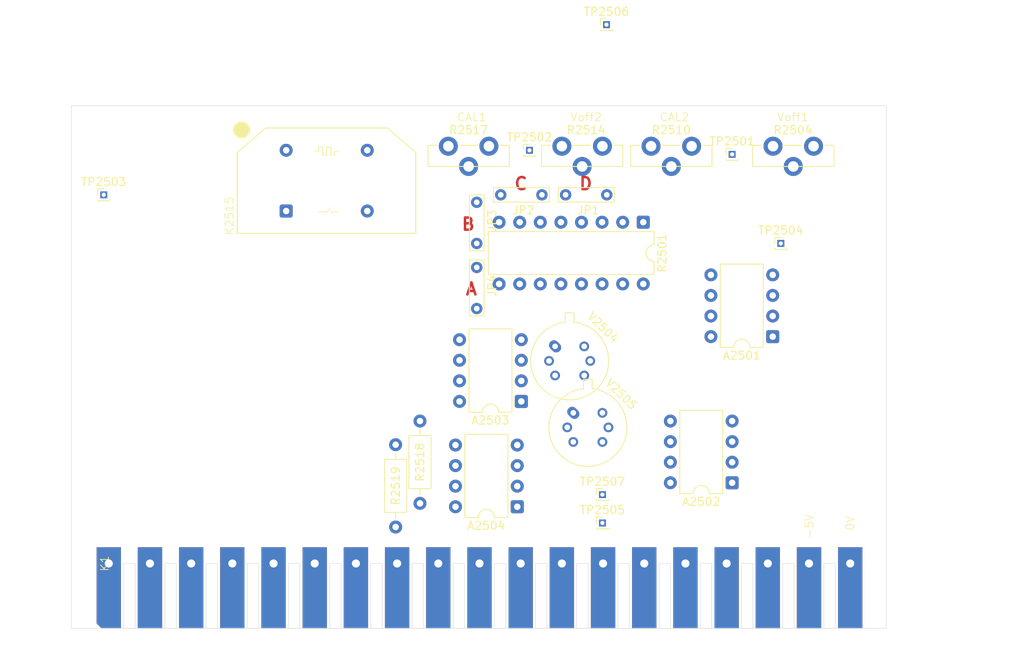
<source format=kicad_pcb>
(kicad_pcb (version 20241229) (generator "pcbnew") (generator_version "9.0")
  (layers (0 "F.Cu" signal) (2 "B.Cu" signal) (13 "F.Paste" user) (15 "B.Paste" user) (5 "F.SilkS" user "F.Silkscreen") (7 "B.SilkS" user "B.Silkscreen") (1 "F.Mask" user) (3 "B.Mask" user) (25 "Edge.Cuts" user))
  (net 0 "")
  (net 1 "Net-(V2501-B)")
  (net 2 "Net-(A2501-CompenB)")
  (net 3 "-15V")
  (net 4 "Net-(A2501-CompenA)")
  (net 5 "Net-(A2501--)")
  (net 6 "+15V")
  (net 7 "Net-(A2501-+)")
  (net 9 "Net-(A2502--)")
  (net 10 "Net-(D2511-A)")
  (net 13 "Net-(A2502-+)")
  (net 14 "GND4")
  (net 15 "Net-(S2501A-B)")
  (net 16 "Net-(A2503-CompenB)")
  (net 17 "Net-(A2503--)")
  (net 18 "Net-(A2503-CompenA)")
  (net 20 "Net-(A2504--)")
  (net 21 "Net-(A2504-CompenB)")
  (net 22 "Net-(V2512-A)")
  (net 23 "GND6")
  (net 24 "GND3")
  (net 26 "/D1703.22")
  (net 28 "/OUT")
  (net 29 "GND5")
  (net 35 "/IN")
  (net 36 "+5V")
  (net 38 "Net-(D2508-K)")
  (net 39 "Net-(D2509-A)")
  (net 40 "Net-(R2501-Pad1)")
  (net 41 "Net-(JP1-B)")
  (net 42 "Net-(JP4-B)")
  (net 43 "Net-(R2501-Pad3)")
  (net 44 "Net-(JP2-B)")
  (net 45 "Net-(K2515-Pad1)")
  (net 46 "Net-(C2515-Pad2)")
  (net 47 "Net-(JP1-A)")
  (net 48 "Net-(JP3-B)")
  (net 49 "Net-(V2504B-E)")
  (net 50 "Net-(V2504A-E)")
  (net 51 "Net-(V2505A-E)")
  (net 52 "Net-(R2503-Pad1)")
  (net 53 "Net-(R2513-Pad1)")
  (net 54 "Net-(V2514-K)")
  (footprint "PM2528:Potentiometer horizontal ceramic" (layer "F.Cu") (at 157 67 -90)
    (property "Reference" "R2514" (at -2 2 180) (layer "F.SilkS"))
    (property "Value" "47k")
    (fp_line (start 2.5 7.505) (end -0.11 7.51) (stroke (width 0.12)) (layer "F.SilkS"))
    (fp_line (start -0.11 6.396) (end -0.11 7.51) (stroke (width 0.12)) (layer "F.SilkS"))
    (fp_line (start -0.11 1.396) (end -0.11 3.604) (stroke (width 0.12)) (layer "F.SilkS"))
    (fp_line (start -0.11 1.396) (end -0.11 3.604) (stroke (width 0.12)) (layer "F.SilkS"))
    (fp_line (start -0.11 -2.51) (end -0.11 -1.396) (stroke (width 0.12)) (layer "F.SilkS"))
    (fp_line (start 2.5 -2.515) (end 2.5 7.505) (stroke (width 0.12)) (layer "F.SilkS"))
    (fp_line (start 2.5 -2.515) (end -0.11 -2.51) (stroke (width 0.12)) (layer "F.SilkS"))
    (pad "1" thru_hole circle (at 0 0 270) (size 2.34 2.34) (drill 1.3) (layers "*.Cu" "*.Mask") (net 6 "+15V"))
    (pad "2" thru_hole circle (at 2.5 2.5 270) (size 2.34 2.34) (drill 1.3) (layers "*.Cu" "*.Mask") (net 53 "Net-(R2513-Pad1)"))
    (pad "3" thru_hole circle (at 0 5 270) (size 2.34 2.34) (drill 1.3) (layers "*.Cu" "*.Mask") (net 3 "-15V"))
  )
  (footprint "TestPoint:TestPoint_Bridge_Pitch5.08mm_Drill0.7mm" (layer "F.Cu") (at 141.5 79 90)
    (property "Reference" "JP3" (at 2.8 1.9 90) (layer "F.SilkS"))
    (property "Value" "B")
    (fp_line (start 6 -0.9) (end 6 0.9) (stroke (width 0.12)) (layer "F.SilkS"))
    (fp_line (start -0.9 -0.9) (end 6 -0.9) (stroke (width 0.12)) (layer "F.SilkS"))
    (fp_line (start 6 0.9) (end -0.9 0.9) (stroke (width 0.12)) (layer "F.SilkS"))
    (fp_line (start -0.9 0.9) (end -0.9 -0.9) (stroke (width 0.12)) (layer "F.SilkS"))
    (pad "1" thru_hole circle (at 0 0 90) (size 1.4 1.4) (drill 0.7) (layers "*.Cu" "*.Mask") (net 44 "Net-(JP2-B)"))
    (pad "1" thru_hole circle (at 5.08 0 90) (size 1.4 1.4) (drill 0.7) (layers "*.Cu" "*.Mask") (net 44 "Net-(JP2-B)"))
  )
  (footprint "Connector_PinHeader_1.00mm:PinHeader_1x01_P1.00mm_Vertical" (layer "F.Cu") (at 148 67.5)
    (property "Reference" "TP2502" (at 0 -1.61 0) (layer "F.SilkS"))
    (property "Value" "~")
    (fp_line (start -0.745 -0.735) (end 0 -0.735) (stroke (width 0.12)) (layer "F.SilkS"))
    (fp_line (start -0.745 0) (end -0.745 -0.735) (stroke (width 0.12)) (layer "F.SilkS"))
    (fp_line (start -0.745 0.735) (end -0.745 0.61) (stroke (width 0.12)) (layer "F.SilkS"))
    (fp_line (start -0.745 0.735) (end -0.685565 0.735) (stroke (width 0.12)) (layer "F.SilkS"))
    (fp_line (start -0.745 0.735) (end 0.745 0.735) (stroke (width 0.12)) (layer "F.SilkS"))
    (fp_line (start 0.685565 0.735) (end 0.745 0.735) (stroke (width 0.12)) (layer "F.SilkS"))
    (fp_line (start 0.745 0.735) (end 0.745 0.61) (stroke (width 0.12)) (layer "F.SilkS"))
    (pad "1" thru_hole rect (at 0 0) (size 0.85 0.85) (drill 0.5) (layers "*.Cu" "*.Mask") (net 15 "Net-(S2501A-B)"))
  )
  (footprint "Package_DIP:DIP-8_W7.62mm" (layer "F.Cu") (at 178 90.5 180)
    (property "Reference" "A2501" (at 3.81 -2.33 0) (layer "F.SilkS"))
    (property "Value" "LM308AN")
    (fp_line (start 6.46 8.95) (end 6.46 -1.33) (stroke (width 0.12)) (layer "F.SilkS"))
    (fp_line (start 6.46 -1.33) (end 4.81 -1.33) (stroke (width 0.12)) (layer "F.SilkS"))
    (fp_line (start 2.81 -1.33) (end 1.16 -1.33) (stroke (width 0.12)) (layer "F.SilkS"))
    (fp_line (start 1.16 8.95) (end 6.46 8.95) (stroke (width 0.12)) (layer "F.SilkS"))
    (fp_line (start 1.16 -1.33) (end 1.16 8.95) (stroke (width 0.12)) (layer "F.SilkS"))
    (fp_arc (start 4.81 -1.33) (mid 3.81 -0.33) (end 2.81 -1.33) (stroke (width 0.12)) (layer "F.SilkS"))
    (pad "1" thru_hole roundrect (at 0 0 180) (size 1.6 1.6) (drill 0.8) (layers "*.Cu" "*.Mask") (roundrect_rratio 0.15625) (net 4 "Net-(A2501-CompenA)"))
    (pad "2" thru_hole circle (at 0 2.54 180) (size 1.6 1.6) (drill 0.8) (layers "*.Cu" "*.Mask") (net 5 "Net-(A2501--)"))
    (pad "3" thru_hole circle (at 0 5.08 180) (size 1.6 1.6) (drill 0.8) (layers "*.Cu" "*.Mask") (net 7 "Net-(A2501-+)"))
    (pad "4" thru_hole circle (at 0 7.62 180) (size 1.6 1.6) (drill 0.8) (layers "*.Cu" "*.Mask") (net 3 "-15V"))
    (pad "5" thru_hole circle (at 7.62 7.62 180) (size 1.6 1.6) (drill 0.8) (layers "*.Cu" "*.Mask"))
    (pad "6" thru_hole circle (at 7.62 5.08 180) (size 1.6 1.6) (drill 0.8) (layers "*.Cu" "*.Mask") (net 1 "Net-(V2501-B)"))
    (pad "7" thru_hole circle (at 7.62 2.54 180) (size 1.6 1.6) (drill 0.8) (layers "*.Cu" "*.Mask") (net 6 "+15V"))
    (pad "8" thru_hole circle (at 7.62 0 180) (size 1.6 1.6) (drill 0.8) (layers "*.Cu" "*.Mask") (net 2 "Net-(A2501-CompenB)"))
  )
  (footprint "PM2528:Potentiometer horizontal ceramic" (layer "F.Cu") (at 168 67 -90)
    (property "Reference" "R2510" (at -2 2.5 180) (layer "F.SilkS"))
    (property "Value" "1K")
    (fp_line (start 2.5 7.505) (end -0.11 7.51) (stroke (width 0.12)) (layer "F.SilkS"))
    (fp_line (start -0.11 6.396) (end -0.11 7.51) (stroke (width 0.12)) (layer "F.SilkS"))
    (fp_line (start -0.11 1.396) (end -0.11 3.604) (stroke (width 0.12)) (layer "F.SilkS"))
    (fp_line (start -0.11 1.396) (end -0.11 3.604) (stroke (width 0.12)) (layer "F.SilkS"))
    (fp_line (start -0.11 -2.51) (end -0.11 -1.396) (stroke (width 0.12)) (layer "F.SilkS"))
    (fp_line (start 2.5 -2.515) (end 2.5 7.505) (stroke (width 0.12)) (layer "F.SilkS"))
    (fp_line (start 2.5 -2.515) (end -0.11 -2.51) (stroke (width 0.12)) (layer "F.SilkS"))
    (pad "1" thru_hole circle (at 0 0 270) (size 2.34 2.34) (drill 1.3) (layers "*.Cu" "*.Mask") (net 43 "Net-(R2501-Pad3)"))
    (pad "2" thru_hole circle (at 2.5 2.5 270) (size 2.34 2.34) (drill 1.3) (layers "*.Cu" "*.Mask") (net 5 "Net-(A2501--)"))
    (pad "3" thru_hole circle (at 0 5 270) (size 2.34 2.34) (drill 1.3) (layers "*.Cu" "*.Mask") (net 40 "Net-(R2501-Pad1)"))
  )
  (footprint "Package_DIP:DIP-8_W7.62mm" (layer "F.Cu") (at 173 108.54 180)
    (property "Reference" "A2502" (at 3.81 -2.33 0) (layer "F.SilkS"))
    (property "Value" "LF356BN")
    (fp_line (start 6.46 8.95) (end 6.46 -1.33) (stroke (width 0.12)) (layer "F.SilkS"))
    (fp_line (start 6.46 -1.33) (end 4.81 -1.33) (stroke (width 0.12)) (layer "F.SilkS"))
    (fp_line (start 2.81 -1.33) (end 1.16 -1.33) (stroke (width 0.12)) (layer "F.SilkS"))
    (fp_line (start 1.16 8.95) (end 6.46 8.95) (stroke (width 0.12)) (layer "F.SilkS"))
    (fp_line (start 1.16 -1.33) (end 1.16 8.95) (stroke (width 0.12)) (layer "F.SilkS"))
    (fp_arc (start 4.81 -1.33) (mid 3.81 -0.33) (end 2.81 -1.33) (stroke (width 0.12)) (layer "F.SilkS"))
    (pad "1" thru_hole roundrect (at 0 0 180) (size 1.6 1.6) (drill 0.8) (layers "*.Cu" "*.Mask") (roundrect_rratio 0.15625))
    (pad "2" thru_hole circle (at 0 2.54 180) (size 1.6 1.6) (drill 0.8) (layers "*.Cu" "*.Mask") (net 9 "Net-(A2502--)"))
    (pad "3" thru_hole circle (at 0 5.08 180) (size 1.6 1.6) (drill 0.8) (layers "*.Cu" "*.Mask") (net 13 "Net-(A2502-+)"))
    (pad "4" thru_hole circle (at 0 7.62 180) (size 1.6 1.6) (drill 0.8) (layers "*.Cu" "*.Mask") (net 3 "-15V"))
    (pad "5" thru_hole circle (at 7.62 7.62 180) (size 1.6 1.6) (drill 0.8) (layers "*.Cu" "*.Mask"))
    (pad "6" thru_hole circle (at 7.62 5.08 180) (size 1.6 1.6) (drill 0.8) (layers "*.Cu" "*.Mask") (net 10 "Net-(D2511-A)"))
    (pad "7" thru_hole circle (at 7.62 2.54 180) (size 1.6 1.6) (drill 0.8) (layers "*.Cu" "*.Mask") (net 6 "+15V"))
    (pad "8" thru_hole circle (at 7.62 0 180) (size 1.6 1.6) (drill 0.8) (layers "*.Cu" "*.Mask"))
  )
  (footprint "Connector_PinHeader_1.00mm:PinHeader_1x01_P1.00mm_Vertical" (layer "F.Cu") (at 157.5 52)
    (property "Reference" "TP2506" (at 0 -1.61 0) (layer "F.SilkS"))
    (property "Value" "0V")
    (fp_line (start -0.745 -0.735) (end 0 -0.735) (stroke (width 0.12)) (layer "F.SilkS"))
    (fp_line (start -0.745 0) (end -0.745 -0.735) (stroke (width 0.12)) (layer "F.SilkS"))
    (fp_line (start -0.745 0.735) (end -0.745 0.61) (stroke (width 0.12)) (layer "F.SilkS"))
    (fp_line (start -0.745 0.735) (end -0.685565 0.735) (stroke (width 0.12)) (layer "F.SilkS"))
    (fp_line (start -0.745 0.735) (end 0.745 0.735) (stroke (width 0.12)) (layer "F.SilkS"))
    (fp_line (start 0.685565 0.735) (end 0.745 0.735) (stroke (width 0.12)) (layer "F.SilkS"))
    (fp_line (start 0.745 0.735) (end 0.745 0.61) (stroke (width 0.12)) (layer "F.SilkS"))
    (pad "1" thru_hole rect (at 0 0) (size 0.85 0.85) (drill 0.5) (layers "*.Cu" "*.Mask") (net 24 "GND3"))
  )
  (footprint "Connector_PinHeader_1.00mm:PinHeader_1x01_P1.00mm_Vertical" (layer "F.Cu") (at 95.5 73)
    (property "Reference" "TP2503" (at 0 -1.61 0) (layer "F.SilkS"))
    (property "Value" "OUT")
    (fp_line (start -0.745 -0.735) (end 0 -0.735) (stroke (width 0.12)) (layer "F.SilkS"))
    (fp_line (start -0.745 0) (end -0.745 -0.735) (stroke (width 0.12)) (layer "F.SilkS"))
    (fp_line (start -0.745 0.735) (end -0.745 0.61) (stroke (width 0.12)) (layer "F.SilkS"))
    (fp_line (start -0.745 0.735) (end -0.685565 0.735) (stroke (width 0.12)) (layer "F.SilkS"))
    (fp_line (start -0.745 0.735) (end 0.745 0.735) (stroke (width 0.12)) (layer "F.SilkS"))
    (fp_line (start 0.685565 0.735) (end 0.745 0.735) (stroke (width 0.12)) (layer "F.SilkS"))
    (fp_line (start 0.745 0.735) (end 0.745 0.61) (stroke (width 0.12)) (layer "F.SilkS"))
    (pad "1" thru_hole rect (at 0 0) (size 0.85 0.85) (drill 0.5) (layers "*.Cu" "*.Mask") (net 28 "/OUT"))
  )
  (footprint "Connector_PinHeader_1.00mm:PinHeader_1x01_P1.00mm_Vertical" (layer "F.Cu") (at 179 79)
    (property "Reference" "TP2504" (at 0 -1.61 0) (layer "F.SilkS"))
    (property "Value" "~")
    (fp_line (start -0.745 -0.735) (end 0 -0.735) (stroke (width 0.12)) (layer "F.SilkS"))
    (fp_line (start -0.745 0) (end -0.745 -0.735) (stroke (width 0.12)) (layer "F.SilkS"))
    (fp_line (start -0.745 0.735) (end -0.745 0.61) (stroke (width 0.12)) (layer "F.SilkS"))
    (fp_line (start -0.745 0.735) (end -0.685565 0.735) (stroke (width 0.12)) (layer "F.SilkS"))
    (fp_line (start -0.745 0.735) (end 0.745 0.735) (stroke (width 0.12)) (layer "F.SilkS"))
    (fp_line (start 0.685565 0.735) (end 0.745 0.735) (stroke (width 0.12)) (layer "F.SilkS"))
    (fp_line (start 0.745 0.735) (end 0.745 0.61) (stroke (width 0.12)) (layer "F.SilkS"))
    (pad "1" thru_hole rect (at 0 0) (size 0.85 0.85) (drill 0.5) (layers "*.Cu" "*.Mask") (net 38 "Net-(D2508-K)"))
  )
  (footprint "PM2528:Reed relay assy" (layer "F.Cu") (at 118 75.1 90)
    (property "Reference" "K2515" (at -0.5 -7 90) (layer "F.SilkS") (effects (font (thickness 0.1))))
    (property "Value" "~" (hide yes))
    (fp_line (start 7.35 -6.05) (end 10.35 -2.55) (stroke (width 0.1)) (layer "F.SilkS"))
    (fp_line (start -2.65 -6.05) (end 7.35 -6.05) (stroke (width 0.1)) (layer "F.SilkS"))
    (fp_line (start -2.65 -6.05) (end -2.65 15.95) (stroke (width 0.12)) (layer "F.SilkS"))
    (fp_line (start 7.35 -6) (end 10.35 -2.5) (stroke (width 0.1)) (layer "F.SilkS"))
    (fp_line (start -2.65 -6) (end 7.35 -6) (stroke (width 0.1)) (layer "F.SilkS"))
    (fp_line (start -2.65 -6) (end -2.65 16) (stroke (width 0.12)) (layer "F.SilkS"))
    (fp_line (start 10.35 -2.55) (end 10.35 12.45) (stroke (width 0.12)) (layer "F.SilkS"))
    (fp_line (start 10.35 -2.5) (end 10.35 12.5) (stroke (width 0.12)) (layer "F.SilkS"))
    (fp_line (start 7.5 3.5) (end 7.5 4) (stroke (width 0.1)) (layer "F.SilkS"))
    (fp_line (start 7.5 4) (end 8 4) (stroke (width 0.1)) (layer "F.SilkS"))
    (fp_line (start 0 4) (end 0 5) (stroke (width 0.1)) (layer "F.SilkS"))
    (fp_line (start 8 4.5) (end 8 4) (stroke (width 0.1)) (layer "F.SilkS"))
    (fp_line (start 8 4.5) (end 7 4.5) (stroke (width 0.1)) (layer "F.SilkS"))
    (fp_line (start 7 4.5) (end 7 5) (stroke (width 0.1)) (layer "F.SilkS"))
    (fp_line (start 8 5) (end 8 5.5) (stroke (width 0.1)) (layer "F.SilkS"))
    (fp_line (start 7 5) (end 8 5) (stroke (width 0.1)) (layer "F.SilkS"))
    (fp_line (start 0 5) (end 0.5 5.5) (stroke (width 0.1)) (layer "F.SilkS"))
    (fp_line (start 8 5.5) (end 7 5.5) (stroke (width 0.1)) (layer "F.SilkS"))
    (fp_line (start 7 5.5) (end 7 6) (stroke (width 0.1)) (layer "F.SilkS"))
    (fp_line (start 7.5 6) (end 7.5 6.5) (stroke (width 0.1)) (layer "F.SilkS"))
    (fp_line (start 7 6) (end 7.5 6) (stroke (width 0.1)) (layer "F.SilkS"))
    (fp_line (start 0 6.5) (end 0 5.5) (stroke (width 0.1)) (layer "F.SilkS"))
    (fp_line (start 7.35 15.95) (end 10.35 12.45) (stroke (width 0.1)) (layer "F.SilkS"))
    (fp_line (start -2.65 15.95) (end 7.35 15.95) (stroke (width 0.1)) (layer "F.SilkS"))
    (fp_line (start 7.35 16) (end 10.35 12.5) (stroke (width 0.1)) (layer "F.SilkS"))
    (fp_line (start -2.65 16) (end 7.35 16) (stroke (width 0.1)) (layer "F.SilkS"))
    (pad "1" thru_hole roundrect (at 0.1 0 90) (size 1.6 1.6) (drill 0.8) (layers "*.Cu" "*.Mask") (roundrect_rratio 0.15625) (net 45 "Net-(K2515-Pad1)"))
    (pad "5" thru_hole circle (at 0.1 10 90) (size 1.6 1.6) (drill 0.8) (layers "*.Cu" "*.Mask") (net 29 "GND5"))
    (pad "6" thru_hole circle (at 7.6 10 90) (size 1.6 1.6) (drill 0.8) (layers "*.Cu" "*.Mask") (net 23 "GND6"))
    (pad "10" thru_hole circle (at 7.6 0 90) (size 1.6 1.6) (drill 0.8) (layers "*.Cu" "*.Mask") (net 26 "/D1703.22"))
  )
  (footprint "Resistor_THT:R_Axial_DIN0207_L6.3mm_D2.5mm_P10.16mm_Horizontal" (layer "F.Cu") (at 131.5 114 90)
    (property "Reference" "R2519" (at 5.08 0 90) (layer "F.SilkS"))
    (property "Value" "3k01")
    (fp_line (start 9.12 0) (end 8.35 0) (stroke (width 0.12)) (layer "F.SilkS"))
    (fp_line (start 1.04 0) (end 1.81 0) (stroke (width 0.12)) (layer "F.SilkS"))
    (fp_rect (start 1.81 -1.37) (end 8.35 1.37) (stroke (width 0.12)) (fill no) (layer "F.SilkS"))
    (pad "1" thru_hole circle (at 0 0 90) (size 1.6 1.6) (drill 0.8) (layers "*.Cu" "*.Mask") (net 24 "GND3"))
    (pad "2" thru_hole circle (at 10.16 0 90) (size 1.6 1.6) (drill 0.8) (layers "*.Cu" "*.Mask") (net 54 "Net-(V2514-K)"))
  )
  (footprint "Connector_PinHeader_1.00mm:PinHeader_1x01_P1.00mm_Vertical" (layer "F.Cu") (at 157 113.5)
    (property "Reference" "TP2505" (at 0 -1.61 0) (layer "F.SilkS"))
    (property "Value" "IN")
    (fp_line (start -0.745 -0.735) (end 0 -0.735) (stroke (width 0.12)) (layer "F.SilkS"))
    (fp_line (start -0.745 0) (end -0.745 -0.735) (stroke (width 0.12)) (layer "F.SilkS"))
    (fp_line (start -0.745 0.735) (end -0.745 0.61) (stroke (width 0.12)) (layer "F.SilkS"))
    (fp_line (start -0.745 0.735) (end -0.685565 0.735) (stroke (width 0.12)) (layer "F.SilkS"))
    (fp_line (start -0.745 0.735) (end 0.745 0.735) (stroke (width 0.12)) (layer "F.SilkS"))
    (fp_line (start 0.685565 0.735) (end 0.745 0.735) (stroke (width 0.12)) (layer "F.SilkS"))
    (fp_line (start 0.745 0.735) (end 0.745 0.61) (stroke (width 0.12)) (layer "F.SilkS"))
    (pad "1" thru_hole rect (at 0 0) (size 0.85 0.85) (drill 0.5) (layers "*.Cu" "*.Mask") (net 35 "/IN"))
  )
  (footprint "TestPoint:TestPoint_Bridge_Pitch5.08mm_Drill0.7mm" (layer "F.Cu") (at 152.46 73)
    (property "Reference" "JP1" (at 2.8 1.9 0) (layer "F.SilkS"))
    (property "Value" "D")
    (fp_line (start -0.9 -0.9) (end 6 -0.9) (stroke (width 0.12)) (layer "F.SilkS"))
    (fp_line (start -0.9 0.9) (end -0.9 -0.9) (stroke (width 0.12)) (layer "F.SilkS"))
    (fp_line (start 6 -0.9) (end 6 0.9) (stroke (width 0.12)) (layer "F.SilkS"))
    (fp_line (start 6 0.9) (end -0.9 0.9) (stroke (width 0.12)) (layer "F.SilkS"))
    (pad "1" thru_hole circle (at 0 0) (size 1.4 1.4) (drill 0.7) (layers "*.Cu" "*.Mask") (net 47 "Net-(JP1-A)"))
    (pad "1" thru_hole circle (at 5.08 0) (size 1.4 1.4) (drill 0.7) (layers "*.Cu" "*.Mask") (net 47 "Net-(JP1-A)"))
  )
  (footprint "PM2528:Potentiometer horizontal ceramic" (layer "F.Cu") (at 143 67 -90)
    (property "Reference" "R2517" (at -2 2.5 180) (layer "F.SilkS"))
    (property "Value" "330")
    (fp_line (start 2.5 7.505) (end -0.11 7.51) (stroke (width 0.12)) (layer "F.SilkS"))
    (fp_line (start -0.11 6.396) (end -0.11 7.51) (stroke (width 0.12)) (layer "F.SilkS"))
    (fp_line (start -0.11 1.396) (end -0.11 3.604) (stroke (width 0.12)) (layer "F.SilkS"))
    (fp_line (start -0.11 1.396) (end -0.11 3.604) (stroke (width 0.12)) (layer "F.SilkS"))
    (fp_line (start -0.11 -2.51) (end -0.11 -1.396) (stroke (width 0.12)) (layer "F.SilkS"))
    (fp_line (start 2.5 -2.515) (end 2.5 7.505) (stroke (width 0.12)) (layer "F.SilkS"))
    (fp_line (start 2.5 -2.515) (end -0.11 -2.51) (stroke (width 0.12)) (layer "F.SilkS"))
    (pad "1" thru_hole circle (at 0 0 270) (size 2.34 2.34) (drill 1.3) (layers "*.Cu" "*.Mask") (net 20 "Net-(A2504--)"))
    (pad "2" thru_hole circle (at 2.5 2.5 270) (size 2.34 2.34) (drill 1.3) (layers "*.Cu" "*.Mask") (net 20 "Net-(A2504--)"))
    (pad "3" thru_hole circle (at 0 5 270) (size 2.34 2.34) (drill 1.3) (layers "*.Cu" "*.Mask") (net 42 "Net-(JP4-B)"))
  )
  (footprint "Package_DIP:DIP-8_W7.62mm" (layer "F.Cu") (at 147 98.5 180)
    (property "Reference" "A2503" (at 3.81 -2.33 0) (layer "F.SilkS"))
    (property "Value" "LM308AN")
    (fp_line (start 6.46 8.95) (end 6.46 -1.33) (stroke (width 0.12)) (layer "F.SilkS"))
    (fp_line (start 6.46 -1.33) (end 4.81 -1.33) (stroke (width 0.12)) (layer "F.SilkS"))
    (fp_line (start 2.81 -1.33) (end 1.16 -1.33) (stroke (width 0.12)) (layer "F.SilkS"))
    (fp_line (start 1.16 8.95) (end 6.46 8.95) (stroke (width 0.12)) (layer "F.SilkS"))
    (fp_line (start 1.16 -1.33) (end 1.16 8.95) (stroke (width 0.12)) (layer "F.SilkS"))
    (fp_arc (start 4.81 -1.33) (mid 3.81 -0.33) (end 2.81 -1.33) (stroke (width 0.12)) (layer "F.SilkS"))
    (pad "1" thru_hole roundrect (at 0 0 180) (size 1.6 1.6) (drill 0.8) (layers "*.Cu" "*.Mask") (roundrect_rratio 0.15625) (net 18 "Net-(A2503-CompenA)"))
    (pad "2" thru_hole circle (at 0 2.54 180) (size 1.6 1.6) (drill 0.8) (layers "*.Cu" "*.Mask") (net 17 "Net-(A2503--)"))
    (pad "3" thru_hole circle (at 0 5.08 180) (size 1.6 1.6) (drill 0.8) (layers "*.Cu" "*.Mask") (net 14 "GND4"))
    (pad "4" thru_hole circle (at 0 7.62 180) (size 1.6 1.6) (drill 0.8) (layers "*.Cu" "*.Mask") (net 3 "-15V"))
    (pad "5" thru_hole circle (at 7.62 7.62 180) (size 1.6 1.6) (drill 0.8) (layers "*.Cu" "*.Mask"))
    (pad "6" thru_hole circle (at 7.62 5.08 180) (size 1.6 1.6) (drill 0.8) (layers "*.Cu" "*.Mask") (net 15 "Net-(S2501A-B)"))
    (pad "7" thru_hole circle (at 7.62 2.54 180) (size 1.6 1.6) (drill 0.8) (layers "*.Cu" "*.Mask") (net 6 "+15V"))
    (pad "8" thru_hole circle (at 7.62 0 180) (size 1.6 1.6) (drill 0.8) (layers "*.Cu" "*.Mask") (net 16 "Net-(A2503-CompenB)"))
  )
  (footprint "TestPoint:TestPoint_Bridge_Pitch5.08mm_Drill0.7mm" (layer "F.Cu") (at 144.46 73)
    (property "Reference" "JP2" (at 2.8 1.9 0) (layer "F.SilkS"))
    (property "Value" "C")
    (fp_line (start -0.9 -0.9) (end 6 -0.9) (stroke (width 0.12)) (layer "F.SilkS"))
    (fp_line (start -0.9 0.9) (end -0.9 -0.9) (stroke (width 0.12)) (layer "F.SilkS"))
    (fp_line (start 6 -0.9) (end 6 0.9) (stroke (width 0.12)) (layer "F.SilkS"))
    (fp_line (start 6 0.9) (end -0.9 0.9) (stroke (width 0.12)) (layer "F.SilkS"))
    (pad "1" thru_hole circle (at 0 0) (size 1.4 1.4) (drill 0.7) (layers "*.Cu" "*.Mask") (net 41 "Net-(JP1-B)"))
    (pad "1" thru_hole circle (at 5.08 0) (size 1.4 1.4) (drill 0.7) (layers "*.Cu" "*.Mask") (net 41 "Net-(JP1-B)"))
  )
  (footprint "Package_DIP:DIP-16_W7.62mm" (layer "F.Cu") (at 162.04 76.38 -90)
    (property "Reference" "R2501" (at 3.81 -2.33 90) (layer "F.SilkS"))
    (property "Value" "~")
    (fp_line (start 1.16 19.11) (end 6.46 19.11) (stroke (width 0.12)) (layer "F.SilkS"))
    (fp_line (start 6.46 19.11) (end 6.46 -1.33) (stroke (width 0.12)) (layer "F.SilkS"))
    (fp_line (start 1.16 -1.33) (end 1.16 19.11) (stroke (width 0.12)) (layer "F.SilkS"))
    (fp_line (start 2.81 -1.33) (end 1.16 -1.33) (stroke (width 0.12)) (layer "F.SilkS"))
    (fp_line (start 6.46 -1.33) (end 4.81 -1.33) (stroke (width 0.12)) (layer "F.SilkS"))
    (fp_arc (start 4.81 -1.33) (mid 3.81 -0.33) (end 2.81 -1.33) (stroke (width 0.12)) (layer "F.SilkS"))
    (pad "1" thru_hole roundrect (at 0 0 270) (size 1.6 1.6) (drill 0.8) (layers "*.Cu" "*.Mask") (roundrect_rratio 0.15625) (net 40 "Net-(R2501-Pad1)"))
    (pad "2" thru_hole circle (at 0 2.54 270) (size 1.6 1.6) (drill 0.8) (layers "*.Cu" "*.Mask") (net 39 "Net-(D2509-A)"))
    (pad "3" thru_hole circle (at 0 5.08 270) (size 1.6 1.6) (drill 0.8) (layers "*.Cu" "*.Mask") (net 43 "Net-(R2501-Pad3)"))
    (pad "4" thru_hole circle (at 0 7.62 270) (size 1.6 1.6) (drill 0.8) (layers "*.Cu" "*.Mask") (net 47 "Net-(JP1-A)"))
    (pad "5" thru_hole circle (at 0 10.16 270) (size 1.6 1.6) (drill 0.8) (layers "*.Cu" "*.Mask") (net 41 "Net-(JP1-B)"))
    (pad "6" thru_hole circle (at 0 12.7 270) (size 1.6 1.6) (drill 0.8) (layers "*.Cu" "*.Mask") (net 44 "Net-(JP2-B)"))
    (pad "7" thru_hole circle (at 0 15.24 270) (size 1.6 1.6) (drill 0.8) (layers "*.Cu" "*.Mask") (net 48 "Net-(JP3-B)"))
    (pad "8" thru_hole circle (at 0 17.78 270) (size 1.6 1.6) (drill 0.8) (layers "*.Cu" "*.Mask") (net 42 "Net-(JP4-B)"))
    (pad "9" thru_hole circle (at 7.62 17.78 270) (size 1.6 1.6) (drill 0.8) (layers "*.Cu" "*.Mask") (net 45 "Net-(K2515-Pad1)"))
    (pad "10" thru_hole circle (at 7.62 15.24 270) (size 1.6 1.6) (drill 0.8) (layers "*.Cu" "*.Mask") (net 28 "/OUT"))
    (pad "11" thru_hole circle (at 7.62 12.7 270) (size 1.6 1.6) (drill 0.8) (layers "*.Cu" "*.Mask") (net 46 "Net-(C2515-Pad2)"))
    (pad "12" thru_hole circle (at 7.62 10.16 270) (size 1.6 1.6) (drill 0.8) (layers "*.Cu" "*.Mask") (net 15 "Net-(S2501A-B)"))
    (pad "13" thru_hole circle (at 7.62 7.62 270) (size 1.6 1.6) (drill 0.8) (layers "*.Cu" "*.Mask") (net 17 "Net-(A2503--)"))
    (pad "14" thru_hole circle (at 7.62 5.08 270) (size 1.6 1.6) (drill 0.8) (layers "*.Cu" "*.Mask") (net 38 "Net-(D2508-K)"))
    (pad "15" thru_hole circle (at 7.62 2.54 270) (size 1.6 1.6) (drill 0.8) (layers "*.Cu" "*.Mask") (net 9 "Net-(A2502--)"))
    (pad "16" thru_hole circle (at 7.62 0 270) (size 1.6 1.6) (drill 0.8) (layers "*.Cu" "*.Mask") (net 35 "/IN"))
  )
  (footprint "PM2528:PM2528_RiserCardConnector" (layer "F.Cu") (at 96.12 118.5 90)
    (property "Reference" "K1" (at 0 -0.5 90) (layer "F.SilkS") (effects (font (thickness 0.1))))
    (property "Value" "~")
    (fp_rect (start -8 1.84) (end 0 3.24) (stroke (width 0.05)) (fill no) (layer "Edge.Cuts"))
    (fp_rect (start -8 6.92) (end 0 8.32) (stroke (width 0.05)) (fill no) (layer "Edge.Cuts"))
    (fp_rect (start -8 12) (end 0 13.4) (stroke (width 0.05)) (fill no) (layer "Edge.Cuts"))
    (fp_rect (start -8 17.08) (end 0 18.48) (stroke (width 0.05)) (fill no) (layer "Edge.Cuts"))
    (fp_rect (start -8 22.16) (end 0 23.56) (stroke (width 0.05)) (fill no) (layer "Edge.Cuts"))
    (fp_rect (start -8 27.24) (end 0 28.64) (stroke (width 0.05)) (fill no) (layer "Edge.Cuts"))
    (fp_rect (start -8 32.32) (end 0 33.72) (stroke (width 0.05)) (fill no) (layer "Edge.Cuts"))
    (fp_rect (start -8 37.4) (end 0 38.8) (stroke (width 0.05)) (fill no) (layer "Edge.Cuts"))
    (fp_rect (start -8 42.48) (end 0 43.88) (stroke (width 0.05)) (fill no) (layer "Edge.Cuts"))
    (fp_rect (start -8 47.56) (end 0 48.96) (stroke (width 0.05)) (fill no) (layer "Edge.Cuts"))
    (fp_rect (start -8 52.64) (end 0 54.04) (stroke (width 0.05)) (fill no) (layer "Edge.Cuts"))
    (fp_rect (start -8 57.72) (end 0 59.12) (stroke (width 0.05)) (fill no) (layer "Edge.Cuts"))
    (fp_rect (start -8 62.8) (end 0 64.2) (stroke (width 0.05)) (fill no) (layer "Edge.Cuts"))
    (fp_rect (start -8 67.88) (end 0 69.28) (stroke (width 0.05)) (fill no) (layer "Edge.Cuts"))
    (fp_rect (start -8 72.96) (end 0 74.36) (stroke (width 0.05)) (fill no) (layer "Edge.Cuts"))
    (fp_rect (start -8 78.04) (end 0 79.44) (stroke (width 0.05)) (fill no) (layer "Edge.Cuts"))
    (fp_rect (start -8 83.12) (end 0 84.52) (stroke (width 0.05)) (fill no) (layer "Edge.Cuts"))
    (fp_rect (start -8 88.2) (end 0 89.6) (stroke (width 0.05)) (fill no) (layer "Edge.Cuts"))
    (fp_text user "-5V" (at 3 87 90) (layer "F.SilkS") (effects (font (thickness 0.1)) (justify left bottom)))
    (fp_text user "0V" (at 4 92 90) (layer "F.SilkS") (effects (font (thickness 0.1)) (justify left bottom)))
    (pad "1" thru_hole rect (at 0 91.44 90) (size 10 3) (drill 1 (offset -3 0)) (layers "*.Cu" "*.Mask") (net 24 "GND3"))
    (pad "2" thru_hole rect (at 0 86.36 90) (size 10 3) (drill 1 (offset -3 0)) (layers "*.Cu" "*.Mask"))
    (pad "3" thru_hole rect (at 0 81.28 90) (size 10 3) (drill 1 (offset -3 0)) (layers "*.Cu" "*.Mask") (net 3 "-15V"))
    (pad "4" thru_hole rect (at 0 76.2 90) (size 10 3) (drill 1 (offset -3 0)) (layers "*.Cu" "*.Mask") (net 6 "+15V"))
    (pad "5" thru_hole rect (at 0 71.12 90) (size 10 3) (drill 1 (offset -3 0)) (layers "*.Cu" "*.Mask") (net 36 "+5V"))
    (pad "6" thru_hole rect (at 0 66.04 90) (size 10 3) (drill 1 (offset -3 0)) (layers "*.Cu" "*.Mask"))
    (pad "7" thru_hole rect (at 0 60.96 90) (size 10 3) (drill 1 (offset -3 0)) (layers "*.Cu" "*.Mask") (net 35 "/IN"))
    (pad "8" thru_hole rect (at 0 55.88 90) (size 10 3) (drill 1 (offset -3 0)) (layers "*.Cu" "*.Mask") (net 14 "GND4"))
    (pad "9" thru_hole rect (at 0 50.8 90) (size 10 3) (drill 1 (offset -3 0)) (layers "*.Cu" "*.Mask"))
    (pad "10" thru_hole rect (at 0 45.72 90) (size 10 3) (drill 1 (offset -3 0)) (layers "*.Cu" "*.Mask"))
    (pad "11" thru_hole rect (at 0 40.64 90) (size 10 3) (drill 1 (offset -3 0)) (layers "*.Cu" "*.Mask") (net 29 "GND5"))
    (pad "12" thru_hole rect (at 0 35.56 90) (size 10 3) (drill 1 (offset -3 0)) (layers "*.Cu" "*.Mask") (net 14 "GND4"))
    (pad "13" thru_hole rect (at 0 30.48 90) (size 10 3) (drill 1 (offset -3 0)) (layers "*.Cu" "*.Mask") (net 28 "/OUT"))
    (pad "14" thru_hole rect (at 0 25.4 90) (size 10 3) (drill 1 (offset -3 0)) (layers "*.Cu" "*.Mask") (net 23 "GND6"))
    (pad "15" thru_hole rect (at 0 20.32 90) (size 10 3) (drill 1 (offset -3 0)) (layers "*.Cu" "*.Mask") (net 26 "/D1703.22"))
    (pad "16" thru_hole rect (at 0 15.24 90) (size 10 3) (drill 1 (offset -3 0)) (layers "*.Cu" "*.Mask"))
    (pad "17" thru_hole rect (at 0 10.16 90) (size 10 3) (drill 1 (offset -3 0)) (layers "*.Cu" "*.Mask"))
    (pad "18" thru_hole rect (at 0 5.08 90) (size 10 3) (drill 1 (offset -3 0)) (layers "*.Cu" "*.Mask"))
    (pad "19" thru_hole roundrect (at 0 0 90) (size 10 3) (drill 1 (offset -3 0)) (layers "*.Cu" "*.Mask") (roundrect_rratio 0) (chamfer_ratio 0.2) (chamfer top_left))
  )
  (footprint "Package_TO_SOT_THT:TO-78-6" (layer "F.Cu") (at 153.407898 99.907898 -45)
    (property "Reference" "V2505" (at 2.54 -5.81 135) (layer "F.SilkS"))
    (property "Value" "MAT01GH")
    (fp_line (start -2.034693 -3.811018) (end -1.22152 -2.997844) (stroke (width 0.12)) (layer "F.SilkS"))
    (fp_line (start -1.271018 -4.574693) (end -2.034693 -3.811018) (stroke (width 0.12)) (layer "F.SilkS"))
    (fp_line (start -0.457844 -3.76152) (end -1.271018 -4.574693) (stroke (width 0.12)) (layer "F.SilkS"))
    (fp_arc (start -0.457844 -3.76152) (mid 5.941184 3.401184) (end -1.22152 -2.997844) (stroke (width 0.12)) (layer "F.SilkS"))
    (pad "1" thru_hole oval (at 0 0 315) (size 1.6 1.2) (drill 0.7) (layers "*.Cu" "*.Mask") (net 50 "Net-(V2504A-E)"))
    (pad "2" thru_hole circle (at 0.743949 1.796051 315) (size 1.2 1.2) (drill 0.7) (layers "*.Cu" "*.Mask") (net 50 "Net-(V2504A-E)"))
    (pad "3" thru_hole circle (at 2.54 2.54 315) (size 1.2 1.2) (drill 0.7) (layers "*.Cu" "*.Mask") (net 51 "Net-(V2505A-E)"))
    (pad "4" thru_hole circle (at 5.079999 0 315) (size 1.2 1.2) (drill 0.7) (layers "*.Cu" "*.Mask") (net 51 "Net-(V2505A-E)"))
    (pad "5" thru_hole circle (at 4.336051 -1.796051 315) (size 1.2 1.2) (drill 0.7) (layers "*.Cu" "*.Mask") (net 49 "Net-(V2504B-E)"))
    (pad "6" thru_hole circle (at 2.54 -2.54 315) (size 1.2 1.2) (drill 0.7) (layers "*.Cu" "*.Mask") (net 17 "Net-(A2503--)"))
  )
  (footprint "TestPoint:TestPoint_Bridge_Pitch5.08mm_Drill0.7mm" (layer "F.Cu") (at 141.5 87.04 90)
    (property "Reference" "JP4" (at 2.8 1.9 90) (layer "F.SilkS"))
    (property "Value" "A")
    (fp_line (start 6 -0.9) (end 6 0.9) (stroke (width 0.12)) (layer "F.SilkS"))
    (fp_line (start -0.9 -0.9) (end 6 -0.9) (stroke (width 0.12)) (layer "F.SilkS"))
    (fp_line (start 6 0.9) (end -0.9 0.9) (stroke (width 0.12)) (layer "F.SilkS"))
    (fp_line (start -0.9 0.9) (end -0.9 -0.9) (stroke (width 0.12)) (layer "F.SilkS"))
    (pad "1" thru_hole circle (at 0 0 90) (size 1.4 1.4) (drill 0.7) (layers "*.Cu" "*.Mask") (net 48 "Net-(JP3-B)"))
    (pad "1" thru_hole circle (at 5.08 0 90) (size 1.4 1.4) (drill 0.7) (layers "*.Cu" "*.Mask") (net 48 "Net-(JP3-B)"))
  )
  (footprint "Package_DIP:DIP-8_W7.62mm" (layer "F.Cu") (at 146.5 111.5 180)
    (property "Reference" "A2504" (at 3.81 -2.33 0) (layer "F.SilkS"))
    (property "Value" "LM308AN")
    (fp_line (start 6.46 8.95) (end 6.46 -1.33) (stroke (width 0.12)) (layer "F.SilkS"))
    (fp_line (start 6.46 -1.33) (end 4.81 -1.33) (stroke (width 0.12)) (layer "F.SilkS"))
    (fp_line (start 2.81 -1.33) (end 1.16 -1.33) (stroke (width 0.12)) (layer "F.SilkS"))
    (fp_line (start 1.16 8.95) (end 6.46 8.95) (stroke (width 0.12)) (layer "F.SilkS"))
    (fp_line (start 1.16 -1.33) (end 1.16 8.95) (stroke (width 0.12)) (layer "F.SilkS"))
    (fp_arc (start 4.81 -1.33) (mid 3.81 -0.33) (end 2.81 -1.33) (stroke (width 0.12)) (layer "F.SilkS"))
    (pad "1" thru_hole roundrect (at 0 0 180) (size 1.6 1.6) (drill 0.8) (layers "*.Cu" "*.Mask") (roundrect_rratio 0.15625))
    (pad "2" thru_hole circle (at 0 2.54 180) (size 1.6 1.6) (drill 0.8) (layers "*.Cu" "*.Mask") (net 20 "Net-(A2504--)"))
    (pad "3" thru_hole circle (at 0 5.08 180) (size 1.6 1.6) (drill 0.8) (layers "*.Cu" "*.Mask") (net 14 "GND4"))
    (pad "4" thru_hole circle (at 0 7.62 180) (size 1.6 1.6) (drill 0.8) (layers "*.Cu" "*.Mask") (net 3 "-15V"))
    (pad "5" thru_hole circle (at 7.62 7.62 180) (size 1.6 1.6) (drill 0.8) (layers "*.Cu" "*.Mask"))
    (pad "6" thru_hole circle (at 7.62 5.08 180) (size 1.6 1.6) (drill 0.8) (layers "*.Cu" "*.Mask") (net 22 "Net-(V2512-A)"))
    (pad "7" thru_hole circle (at 7.62 2.54 180) (size 1.6 1.6) (drill 0.8) (layers "*.Cu" "*.Mask") (net 6 "+15V"))
    (pad "8" thru_hole circle (at 7.62 0 180) (size 1.6 1.6) (drill 0.8) (layers "*.Cu" "*.Mask") (net 21 "Net-(A2504-CompenB)"))
  )
  (footprint "PM2528:Potentiometer horizontal ceramic" (layer "F.Cu") (at 183.04 67 -90)
    (property "Reference" "R2504" (at -2 2.54 180) (layer "F.SilkS"))
    (property "Value" "47k")
    (fp_line (start 2.5 7.505) (end -0.11 7.51) (stroke (width 0.12)) (layer "F.SilkS"))
    (fp_line (start -0.11 6.396) (end -0.11 7.51) (stroke (width 0.12)) (layer "F.SilkS"))
    (fp_line (start -0.11 1.396) (end -0.11 3.604) (stroke (width 0.12)) (layer "F.SilkS"))
    (fp_line (start -0.11 1.396) (end -0.11 3.604) (stroke (width 0.12)) (layer "F.SilkS"))
    (fp_line (start -0.11 -2.51) (end -0.11 -1.396) (stroke (width 0.12)) (layer "F.SilkS"))
    (fp_line (start 2.5 -2.515) (end 2.5 7.505) (stroke (width 0.12)) (layer "F.SilkS"))
    (fp_line (start 2.5 -2.515) (end -0.11 -2.51) (stroke (width 0.12)) (layer "F.SilkS"))
    (pad "1" thru_hole circle (at 0 0 270) (size 2.34 2.34) (drill 1.3) (layers "*.Cu" "*.Mask") (net 6 "+15V"))
    (pad "2" thru_hole circle (at 2.5 2.5 270) (size 2.34 2.34) (drill 1.3) (layers "*.Cu" "*.Mask") (net 52 "Net-(R2503-Pad1)"))
    (pad "3" thru_hole circle (at 0 5 270) (size 2.34 2.34) (drill 1.3) (layers "*.Cu" "*.Mask") (net 3 "-15V"))
  )
  (footprint "Connector_PinHeader_1.00mm:PinHeader_1x01_P1.00mm_Vertical" (layer "F.Cu") (at 173 68)
    (property "Reference" "TP2501" (at 0 -1.61 0) (layer "F.SilkS"))
    (property "Value" "~")
    (fp_line (start -0.745 -0.735) (end 0 -0.735) (stroke (width 0.12)) (layer "F.SilkS"))
    (fp_line (start -0.745 0) (end -0.745 -0.735) (stroke (width 0.12)) (layer "F.SilkS"))
    (fp_line (start -0.745 0.735) (end -0.745 0.61) (stroke (width 0.12)) (layer "F.SilkS"))
    (fp_line (start -0.745 0.735) (end -0.685565 0.735) (stroke (width 0.12)) (layer "F.SilkS"))
    (fp_line (start -0.745 0.735) (end 0.745 0.735) (stroke (width 0.12)) (layer "F.SilkS"))
    (fp_line (start 0.685565 0.735) (end 0.745 0.735) (stroke (width 0.12)) (layer "F.SilkS"))
    (fp_line (start 0.745 0.735) (end 0.745 0.61) (stroke (width 0.12)) (layer "F.SilkS"))
    (pad "1" thru_hole rect (at 0 0) (size 0.85 0.85) (drill 0.5) (layers "*.Cu" "*.Mask") (net 5 "Net-(A2501--)"))
  )
  (footprint "Connector_PinHeader_1.00mm:PinHeader_1x01_P1.00mm_Vertical" (layer "F.Cu") (at 157 110)
    (property "Reference" "TP2507" (at 0 -1.61 0) (layer "F.SilkS"))
    (property "Value" "~")
    (fp_line (start -0.745 -0.735) (end 0 -0.735) (stroke (width 0.12)) (layer "F.SilkS"))
    (fp_line (start -0.745 0) (end -0.745 -0.735) (stroke (width 0.12)) (layer "F.SilkS"))
    (fp_line (start -0.745 0.735) (end -0.745 0.61) (stroke (width 0.12)) (layer "F.SilkS"))
    (fp_line (start -0.745 0.735) (end -0.685565 0.735) (stroke (width 0.12)) (layer "F.SilkS"))
    (fp_line (start -0.745 0.735) (end 0.745 0.735) (stroke (width 0.12)) (layer "F.SilkS"))
    (fp_line (start 0.685565 0.735) (end 0.745 0.735) (stroke (width 0.12)) (layer "F.SilkS"))
    (fp_line (start 0.745 0.735) (end 0.745 0.61) (stroke (width 0.12)) (layer "F.SilkS"))
    (pad "1" thru_hole rect (at 0 0) (size 0.85 0.85) (drill 0.5) (layers "*.Cu" "*.Mask") (net 51 "Net-(V2505A-E)"))
  )
  (footprint "Package_TO_SOT_THT:TO-78-6" (layer "F.Cu") (at 151.163949 91.703949 -45)
    (property "Reference" "V2504" (at 2.54 -5.81 135) (layer "F.SilkS"))
    (property "Value" "MAT01GH")
    (fp_line (start -2.034693 -3.811018) (end -1.22152 -2.997844) (stroke (width 0.12)) (layer "F.SilkS"))
    (fp_line (start -1.271018 -4.574693) (end -2.034693 -3.811018) (stroke (width 0.12)) (layer "F.SilkS"))
    (fp_line (start -0.457844 -3.76152) (end -1.271018 -4.574693) (stroke (width 0.12)) (layer "F.SilkS"))
    (fp_arc (start -0.457844 -3.76152) (mid 5.941184 3.401184) (end -1.22152 -2.997844) (stroke (width 0.12)) (layer "F.SilkS"))
    (pad "1" thru_hole oval (at 0 0 315) (size 1.6 1.2) (drill 0.7) (layers "*.Cu" "*.Mask") (net 9 "Net-(A2502--)"))
    (pad "2" thru_hole circle (at 0.743949 1.796051 315) (size 1.2 1.2) (drill 0.7) (layers "*.Cu" "*.Mask") (net 14 "GND4"))
    (pad "3" thru_hole circle (at 2.54 2.54 315) (size 1.2 1.2) (drill 0.7) (layers "*.Cu" "*.Mask") (net 50 "Net-(V2504A-E)"))
    (pad "4" thru_hole circle (at 5.079999 0 315) (size 1.2 1.2) (drill 0.7) (layers "*.Cu" "*.Mask") (net 49 "Net-(V2504B-E)"))
    (pad "5" thru_hole circle (at 4.336051 -1.796051 315) (size 1.2 1.2) (drill 0.7) (layers "*.Cu" "*.Mask") (net 14 "GND4"))
    (pad "6" thru_hole circle (at 2.54 -2.54 315) (size 1.2 1.2) (drill 0.7) (layers "*.Cu" "*.Mask") (net 20 "Net-(A2504--)"))
  )
  (footprint "Resistor_THT:R_Axial_DIN0207_L6.3mm_D2.5mm_P10.16mm_Horizontal" (layer "F.Cu") (at 134.5 111.08 90)
    (property "Reference" "R2518" (at 5.08 0 90) (layer "F.SilkS"))
    (property "Value" "2k05")
    (fp_line (start 9.12 0) (end 8.35 0) (stroke (width 0.12)) (layer "F.SilkS"))
    (fp_line (start 1.04 0) (end 1.81 0) (stroke (width 0.12)) (layer "F.SilkS"))
    (fp_rect (start 1.81 -1.37) (end 8.35 1.37) (stroke (width 0.12)) (fill no) (layer "F.SilkS"))
    (pad "1" thru_hole circle (at 0 0 90) (size 1.6 1.6) (drill 0.8) (layers "*.Cu" "*.Mask") (net 54 "Net-(V2514-K)"))
    (pad "2" thru_hole circle (at 10.16 0 90) (size 1.6 1.6) (drill 0.8) (layers "*.Cu" "*.Mask") (net 36 "+5V"))
  )
  (gr_circle (center 112.5 65) (end 113.5 65) (stroke (width 0.1)) (fill yes) (layer "F.SilkS"))
  (gr_rect (start 91.5 62) (end 192 126.5) (stroke (width 0.05)) (fill no) (layer "Edge.Cuts"))
  (gr_text "A" (at 140 85.5 0) (layer "F.Cu") (effects (font (size 1.5 1.5) (thickness 0.3) (bold yes)) (justify left bottom)))
  (gr_text "B" (at 139.5 77.5 0) (layer "F.Cu") (effects (font (size 1.5 1.5) (thickness 0.3) (bold yes)) (justify left bottom)))
  (gr_text "D" (at 154 72.5 0) (layer "F.Cu") (effects (font (size 1.5 1.5) (thickness 0.3) (bold yes)) (justify left bottom)))
  (gr_text "C" (at 146 72.5 0) (layer "F.Cu") (effects (font (size 1.5 1.5) (thickness 0.3) (bold yes)) (justify left bottom)))
  (gr_text "CAL1" (at 139 64 0) (layer "F.SilkS") (effects (font (size 1 1) (thickness 0.1)) (justify left bottom)))
  (gr_text "Voff2" (at 153 64 0) (layer "F.SilkS") (effects (font (size 1 1) (thickness 0.1)) (justify left bottom)))
  (gr_text "CAL2" (at 164 64 0) (layer "F.SilkS") (effects (font (size 1 1) (thickness 0.1)) (justify left bottom)))
  (gr_text "Voff1" (at 178.5 64 0) (layer "F.SilkS") (effects (font (size 1 1) (thickness 0.1)) (justify left bottom)))
)
</source>
